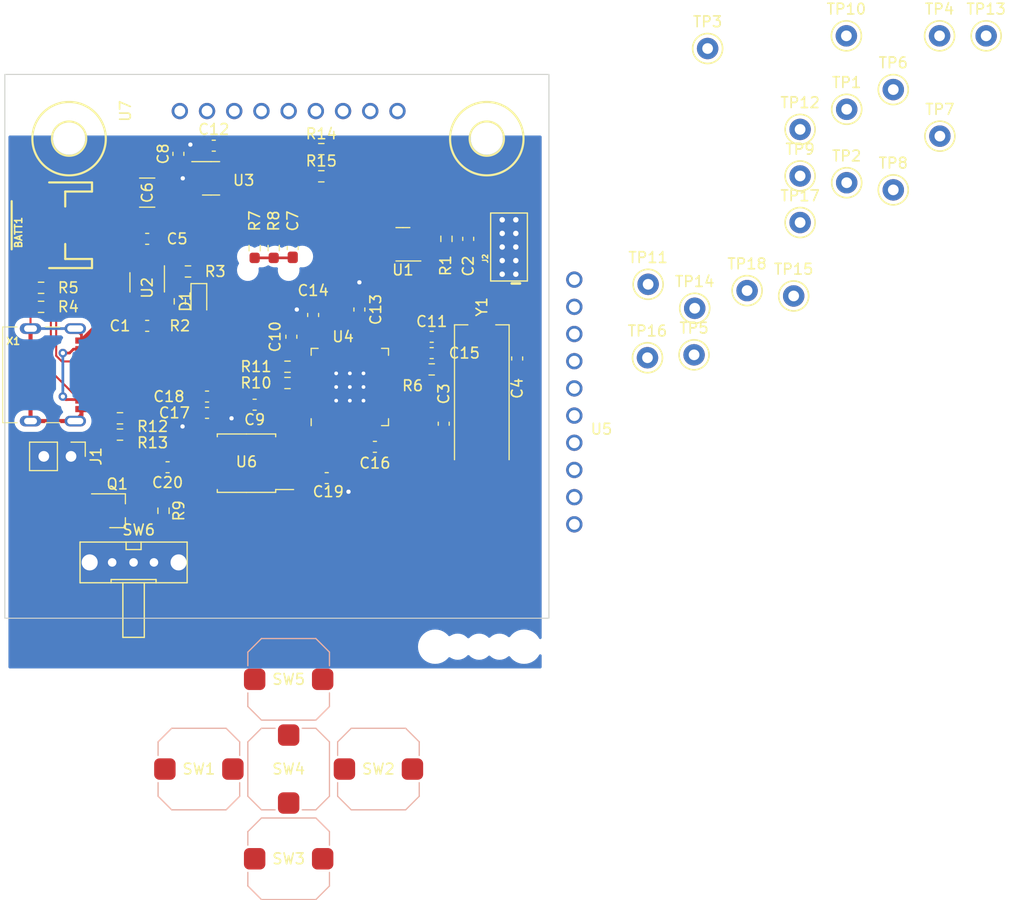
<source format=kicad_pcb>
(kicad_pcb (version 20211014) (generator pcbnew)
  (layers (0 "F.Cu" signal) (31 "B.Cu" signal) (34 "B.Paste" user) (35 "F.Paste" user) (36 "B.SilkS" user "B.Silkscreen") (37 "F.SilkS" user "F.Silkscreen") (38 "B.Mask" user) (39 "F.Mask" user) (44 "Edge.Cuts" user))
  (net 0 "")
  (net 1 "+BATT")
  (net 2 "-BATT")
  (net 3 "+5V")
  (net 4 "/ADC_VRef")
  (net 5 "GND")
  (net 6 "/XIN")
  (net 7 "Net-(C4-Pad2)")
  (net 8 "/HALF_BATT_REF")
  (net 9 "+1V1")
  (net 10 "+3V3")
  (net 11 "Net-(D1-Pad1)")
  (net 12 "Net-(R3-Pad2)")
  (net 13 "/~{USB_BOOT}")
  (net 14 "/SWD")
  (net 15 "/SWCLK")
  (net 17 "/~{RESET}")
  (net 18 "Net-(Q1-Pad2)")
  (net 19 "Net-(R2-Pad1)")
  (net 20 "Net-(R4-Pad2)")
  (net 21 "Net-(R5-Pad2)")
  (net 22 "/XOUT")
  (net 23 "/2USB_D+")
  (net 24 "/USB_D+")
  (net 25 "/2USB_D-")
  (net 26 "/USB_D-")
  (net 27 "/QSPI_SS")
  (net 28 "/I2C0_SCL")
  (net 29 "/I2C0_SDA")
  (net 30 "/BTN1")
  (net 31 "/BTN2")
  (net 32 "/BTN3")
  (net 33 "/BTN4")
  (net 34 "/BTN5")
  (net 36 "/UART0_RX")
  (net 37 "/UART0_TX")
  (net 38 "/DISP_DATA{slash}COMMAND")
  (net 39 "/SPI_CS")
  (net 40 "/SPI_TX")
  (net 41 "/SPI_SCK")
  (net 42 "/SPI_RX")
  (net 43 "/PN532_IRQ")
  (net 45 "/PN532_RSTOUT_N")
  (net 51 "/DISP_RST")
  (net 59 "/QSPL_SD3")
  (net 60 "/QSPI_SCLK")
  (net 61 "/QSPL_SD0")
  (net 62 "/QSPL_SD2")
  (net 63 "/QSPL_SD1")
  (footprint "Resistor_SMD:R_0603_1608Metric_Pad0.98x0.95mm_HandSolder" (layer "F.Cu") (at 40.386 92.71)
    (fp_text reference "R4")
    (fp_text value "5.1kΩ")
  )
  (footprint "TestPoint:TestPoint_Keystone_5000-5004_Miniature" (layer "F.Cu") (at 115.602 74.256)
    (fp_text reference "TP1")
    (fp_text value "TestPoint")
  )
  (footprint "TestPoint:TestPoint_Keystone_5000-5004_Miniature" (layer "F.Cu") (at 102.616 68.58)
    (fp_text reference "TP3")
    (fp_text value "TestPoint")
  )
  (footprint "Capacitor_SMD:C_0603_1608Metric_Pad1.08x0.95mm_HandSolder" (layer "F.Cu") (at 70.104 92.964 90)
    (fp_text reference "C13")
    (fp_text value "100nF")
  )
  (footprint "Resistor_SMD:R_0603_1608Metric_Pad0.98x0.95mm_HandSolder" (layer "F.Cu") (at 60.325 87.2255 -90)
    (fp_text reference "R7")
    (fp_text value "10kΩ")
  )
  (footprint "Resistor_SMD:R_0603_1608Metric_Pad0.98x0.95mm_HandSolder" (layer "F.Cu") (at 54.102 89.408 180)
    (fp_text reference "R3")
    (fp_text value "470Ω")
  )
  (footprint "Capacitor_SMD:C_0603_1608Metric_Pad1.08x0.95mm_HandSolder" (layer "F.Cu") (at 52.197 107.696 180)
    (fp_text reference "C20")
    (fp_text value "100nF")
  )
  (footprint "TestPoint:TestPoint_Keystone_5000-5004_Miniature" (layer "F.Cu") (at 119.952 72.416)
    (fp_text reference "TP6")
    (fp_text value "TestPoint")
  )
  (footprint "TestPoint:TestPoint_Keystone_5000-5004_Miniature" (layer "F.Cu") (at 115.572 67.396)
    (fp_text reference "TP10")
    (fp_text value "TestPoint")
  )
  (footprint "TestPoint:TestPoint_Keystone_5000-5004_Miniature" (layer "F.Cu") (at 124.272 67.396)
    (fp_text reference "TP4")
    (fp_text value "TestPoint")
  )
  (footprint "Capacitor_SMD:C_0603_1608Metric_Pad1.08x0.95mm_HandSolder" (layer "F.Cu") (at 56.5095 77.658 180)
    (fp_text reference "C12")
    (fp_text value "10µF")
  )
  (footprint "Capacitor_SMD:C_0603_1608Metric_Pad1.08x0.95mm_HandSolder" (layer "F.Cu") (at 50.292 94.488)
    (fp_text reference "C1")
    (fp_text value "4.7µF")
  )
  (footprint "Capacitor_SMD:C_0603_1608Metric_Pad1.08x0.95mm_HandSolder" (layer "F.Cu") (at 55.88 102.616 180)
    (fp_text reference "C17")
    (fp_text value "100nF")
  )
  (footprint "TestPoint:TestPoint_Keystone_5000-5004_Miniature" (layer "F.Cu") (at 101.412 92.846)
    (fp_text reference "TP14")
    (fp_text value "TestPoint")
  )
  (footprint "TestPoint:TestPoint_Keystone_5000-5004_Miniature" (layer "F.Cu") (at 101.352 97.196)
    (fp_text reference "TP5")
    (fp_text value "TestPoint")
  )
  (footprint "RP2040_Thing_Plus:2X5-PTH-1.27MM" (layer "F.Cu") (at 84.074 87.122 90)
    (fp_text reference "J2")
    (fp_text value "CORTEX_JTAG_DEBUG_MINIMUM_PTH")
  )
  (footprint "Resistor_SMD:R_0603_1608Metric_Pad0.98x0.95mm_HandSolder" (layer "F.Cu") (at 66.548 80.518)
    (fp_text reference "R15")
    (fp_text value "10kΩ")
  )
  (footprint "Capacitor_SMD:C_0603_1608Metric_Pad1.08x0.95mm_HandSolder" (layer "F.Cu") (at 67.056 108.712)
    (fp_text reference "C19")
    (fp_text value "100nF")
  )
  (footprint "TestPoint:TestPoint_Keystone_5000-5004_Miniature" (layer "F.Cu") (at 124.302 76.766)
    (fp_text reference "TP7")
    (fp_text value "TestPoint")
  )
  (footprint "Resistor_SMD:R_0603_1608Metric_Pad0.98x0.95mm_HandSolder" (layer "F.Cu") (at 62.103 87.2255 90)
    (fp_text reference "R8")
    (fp_text value "10kΩ")
  )
  (footprint "AndySeniorProjectFootprints:EVP-ASDC1A_Tactile_PushButton" (layer "F.Cu") (at 55.118 135.89)
    (fp_text reference "SW1")
    (fp_text value "SW_Push")
  )
  (footprint "AndyKiCadLibrary:MOUNTINGHOLE_3.0" (layer "F.Cu") (at 82 77)
    (fp_text reference "U$6" hide)
    (fp_text value "" hide)
  )
  (footprint "Package_TO_SOT_SMD:SOT-23-5_HandSoldering" (layer "F.Cu") (at 50.292 90.424 -90)
    (fp_text reference "U2")
    (fp_text value "MCP73831T-2ACI/OT")
  )
  (footprint "JST2:JSTPH2" (layer "F.Cu") (at 40.64 85.09 90)
    (fp_text reference "BATT1")
    (fp_text value "Battery_Cell")
  )
  (footprint "AndySeniorProjectFootprints:EVP-ASDC1A_Tactile_PushButton" (layer "F.Cu") (at 63.5 127.508)
    (fp_text reference "SW5")
    (fp_text value "SW_Push")
  )
  (footprint "Capacitor_SMD:C_0603_1608Metric_Pad1.08x0.95mm_HandSolder" (layer "F.Cu") (at 80.264 86.36 90)
    (fp_text reference "C2")
    (fp_text value "0.1µF")
  )
  (footprint "AndySeniorProjectFootprints:EVP-ASDC1A_Tactile_PushButton" (layer "F.Cu") (at 63.5 144.272)
    (fp_text reference "SW3")
    (fp_text value "SW_Push")
  )
  (footprint "Resistor_SMD:R_0603_1608Metric_Pad0.98x0.95mm_HandSolder" (layer "F.Cu") (at 51.816 111.76 -90)
    (fp_text reference "R9")
    (fp_text value "470kΩ")
  )
  (footprint "TestPoint:TestPoint_Keystone_5000-5004_Miniature" (layer "F.Cu") (at 106.302 91.196)
    (fp_text reference "TP18")
    (fp_text value "TestPoint")
  )
  (footprint "TestPoint:TestPoint_Keystone_5000-5004_Miniature" (layer "F.Cu") (at 128.622 67.396)
    (fp_text reference "TP13")
    (fp_text value "TestPoint")
  )
  (footprint "TestPoint:TestPoint_Keystone_5000-5004_Miniature" (layer "F.Cu") (at 115.602 81.116)
    (fp_text reference "TP2")
    (fp_text value "TestPoint")
  )
  (footprint "AndySeniorProjectFootprints:EVP-ASDC1A_Tactile_PushButton" (layer "F.Cu") (at 71.882 135.89)
    (fp_text reference "SW2")
    (fp_text value "SW_Push")
  )
  (footprint "TestPoint:TestPoint_Keystone_5000-5004_Miniature" (layer "F.Cu") (at 97.062 90.606)
    (fp_text reference "TP11")
    (fp_text value "TestPoint")
  )
  (footprint "TestPoint:TestPoint_Keystone_5000-5004_Miniature" (layer "F.Cu") (at 97.002 97.466)
    (fp_text reference "TP16")
    (fp_text value "TestPoint")
  )
  (footprint "AndySeniorProjectFootprints:USB_C_CUSB31-CFM2AX-01-X_copy" (layer "F.Cu") (at 36.800003 99.063 -90)
    (fp_text reference "X1")
    (fp_text value "USB_C")
  )
  (footprint "Capacitor_SMD:C_0603_1608Metric_Pad1.08x0.95mm_HandSolder" (layer "F.Cu") (at 77.978 103.632 90)
    (fp_text reference "C3")
    (fp_text value "27pF")
  )
  (footprint "Resistor_SMD:R_0603_1608Metric_Pad0.98x0.95mm_HandSolder" (layer "F.Cu") (at 63.3925 99.828 180)
    (fp_text reference "R10")
    (fp_text value "27Ω")
  )
  (footprint "Capacitor_SMD:C_0603_1608Metric_Pad1.08x0.95mm_HandSolder" (layer "F.Cu") (at 84.836 97.536 90)
    (fp_text reference "C4")
    (fp_text value "27pF")
  )
  (footprint "Capacitor_SMD:C_0603_1608Metric_Pad1.08x0.95mm_HandSolder" (layer "F.Cu") (at 63.881 87.2255 90)
    (fp_text reference "C7")
    (fp_text value "0.1µF")
  )
  (footprint "Resistor_SMD:R_0603_1608Metric_Pad0.98x0.95mm_HandSolder" (layer "F.Cu") (at 47.752 104.648)
    (fp_text reference "R13")
    (fp_text value "DNF")
  )
  (footprint "Resistor_SMD:R_0603_1608Metric_Pad0.98x0.95mm_HandSolder" (layer "F.Cu") (at 40.386 90.932)
    (fp_text reference "R5")
    (fp_text value "5.1kΩ")
  )
  (footprint "TestPoint:TestPoint_Keystone_5000-5004_Miniature" (layer "F.Cu") (at 111.252 76.136)
    (fp_text reference "TP12")
    (fp_text value "TestPoint")
  )
  (footprint "Connector_PinHeader_2.54mm:PinHeader_1x02_P2.54mm_Vertical" (layer "F.Cu") (at 43.18 106.68 -90)
    (fp_text reference "J1")
    (fp_text value "Conn_01x02")
  )
  (footprint "Resistor_SMD:R_0603_1608Metric_Pad0.98x0.95mm_HandSolder" (layer "F.Cu") (at 47.752 103.124)
    (fp_text reference "R12")
    (fp_text value "1kΩ")
  )
  (footprint "TestPoint:TestPoint_Keystone_5000-5004_Miniature" (layer "F.Cu") (at 110.652 91.696)
    (fp_text reference "TP15")
    (fp_text value "TestPoint")
  )
  (footprint "Package_TO_SOT_SMD:SOT-23" (layer "F.Cu") (at 74.168 86.868 180)
    (fp_text reference "U1")
    (fp_text value "LM4040DBZ-3")
  )
  (footprint "Resistor_SMD:R_0603_1608Metric_Pad0.98x0.95mm_HandSolder" (layer "F.Cu") (at 66.548 77.978)
    (fp_text reference "R14")
    (fp_text value "10kΩ")
  )
  (footprint "Resistor_SMD:R_0603_1608Metric_Pad0.98x0.95mm_HandSolder" (layer "F.Cu") (at 78.232 86.36 -90)
    (fp_text reference "R1")
    (fp_text value "1kΩ")
  )
  (footprint "TestPoint:TestPoint_Keystone_5000-5004_Miniature" (layer "F.Cu") (at 111.252 84.836)
    (fp_text reference "TP17")
    (fp_text value "TestPoint")
  )
  (footprint "RP2040_minimal:RP2040-QFN-56" (layer "F.Cu") (at 69.2125 100.2005 90)
    (fp_text reference "U4")
    (fp_text value "RP2040")
  )
  (footprint "Resistor_SMD:R_0603_1608Metric_Pad0.98x0.95mm_HandSolder" (layer "F.Cu") (at 53.34 92.202 -90)
    (fp_text reference "R2")
    (fp_text value "10kΩ")
  )
  (footprint "Capacitor_SMD:C_0603_1608Metric_Pad1.08x0.95mm_HandSolder" (layer "F.Cu") (at 76.8545 97.034)
    (fp_text reference "C15")
    (fp_text value "100nF")
  )
  (footprint "Capacitor_SMD:C_0603_1608Metric_Pad1.08x0.95mm_HandSolder" (layer "F.Cu") (at 76.8545 95.51)
    (fp_text reference "C11")
    (fp_text value "100nF")
  )
  (footprint "Capacitor_SMD:C_0603_1608Metric_Pad1.08x0.95mm_HandSolder" (layer "F.Cu") (at 71.5525 105.7885)
    (fp_text reference "C16")
    (fp_text value "100nF")
  )
  (footprint "AndySeniorProjectFootprints:ThroughHoldDisplayMount" (layer "F.Cu") (at 90.17 90.17)
    (fp_text reference "U5")
    (fp_text value "Display")
  )
  (footprint "Capacitor_SMD:C_0603_1608Metric_Pad1.08x0.95mm_HandSolder" (layer "F.Cu") (at 65.786 93.472 90)
    (fp_text reference "C14")
    (fp_text value "100nF")
  )
  (footprint "AndySeniorProjectFootprints:Crystal_SMD_HC49-US" (layer "F.Cu") (at 81.534 101.092 -90)
    (fp_text reference "Y1")
    (fp_text value "ABLS-12.000MHZ-B4-T")
  )
  (footprint "LED_SMD:LED_0603_1608Metric_Pad1.05x0.95mm_HandSolder" (layer "F.Cu") (at 55.118 92.202 -90)
    (fp_text reference "D1")
    (fp_text value "LED")
  )
  (footprint "Capacitor_SMD:C_0603_1608Metric_Pad1.08x0.95mm_HandSolder" (layer "F.Cu") (at 50.292 86.36)
    (fp_text reference "C5")
    (fp_text value "4.7µF")
  )
  (footprint "Package_SO:SOIC-8_5.23x5.23mm_P1.27mm" (layer "F.Cu") (at 59.563 107.315 180)
    (fp_text reference "U6")
    (fp_text value "W25Q128JVS")
  )
  (footprint "AndyKiCadLibrary:MOUNTINGHOLE_3.0" (layer "F.Cu") (at 43 77)
    (fp_text reference "U$6" hide)
    (fp_text value "" hide)
  )
  (footprint "Capacitor_SMD:C_0603_1608Metric_Pad1.08x0.95mm_HandSolder" (layer "F.Cu") (at 60.325 101.854 180)
    (fp_text reference "C9")
    (fp_text value "100nF")
  )
  (footprint "OS102011MA1Q:OS102011MA1Q" (layer "F.Cu") (at 49.022 116.586)
    (fp_text reference "SW6")
    (fp_text value " ")
  )
  (footprint "Resistor_SMD:R_0603_1608Metric_Pad0.98x0.95mm_HandSolder" (layer "F.Cu") (at 76.8545 98.558 180)
    (fp_text reference "R6")
    (fp_text value "1kΩ")
  )
  (footprint "Capacitor_SMD:C_1210_3225Metric_Pad1.33x2.70mm_HandSolder" (layer "F.Cu") (at 50.292 82.042)
    (fp_text reference "C6")
    (fp_text value "22mF")
  )
  (footprint "Package_TO_SOT_SMD:SOT-23_Handsoldering" (layer "F.Cu") (at 47.498 111.76)
    (fp_text reference "Q1")
    (fp_text value "Q_NMOS_DGS")
  )
  (footprint "Capacitor_SMD:C_0603_1608Metric_Pad1.08x0.95mm_HandSolder" (layer "F.Cu") (at 55.88 101.092 180)
    (fp_text reference "C18")
    (fp_text value "100nF")
  )
  (footprint "TestPoint:TestPoint_Keystone_5000-5004_Miniature" (layer "F.Cu") (at 111.252 80.486)
    (fp_text reference "TP9")
    (fp_text value "TestPoint")
  )
  (footprint "Package_TO_SOT_SMD:SOT-23-5" (layer "F.Cu") (at 56.2555 80.706)
    (fp_text reference "U3")
    (fp_text value "MIC5219-3.3YM5")
  )
  (footprint "AndySeniorProjectFootprints:EVP-ASDC1A_Tactile_PushButton" (layer "F.Cu") (at 63.5 135.89 90)
    (fp_text reference "SW4")
    (fp_text value "SW_Push")
  )
  (footprint "AndySeniorProjectFootprints:ThroughHolePN532BrkOutBoardMount" (layer "F.Cu") (at 53.34 74.422 90)
    (fp_text reference "U7")
    (fp_text value "PN532")
  )
  (footprint "Capacitor_SMD:C_0603_1608Metric_Pad1.08x0.95mm_HandSolder" (layer "F.Cu") (at 53.2075 78.42 90)
    (fp_text reference "C8")
    (fp_text value "10µF")
  )
  (footprint "Resistor_SMD:R_0603_1608Metric_Pad0.98x0.95mm_HandSolder" (layer "F.Cu") (at 63.3925 98.304 180)
    (fp_text reference "R11")
    (fp_text value "27Ω")
  )
  (footprint "TestPoint:TestPoint_Keystone_5000-5004_Miniature" (layer "F.Cu") (at 119.952 81.786)
    (fp_text reference "TP8")
    (fp_text value "TestPoint")
  )
  (footprint "Capacitor_SMD:C_0603_1608Metric_Pad1.08x0.95mm_HandSolder" (layer "F.Cu") (at 63.754 95.504 90)
    (fp_text reference "C10")
    (fp_text value "1µF")
  )
  (gr_rect locked (start 37 71) (end 87.8 121.8) (layer "Edge.Cuts") (width 0.1) (fill none))
  (segment (start 48.7295 85.66) (end 49.4295 86.36) (width 0.381) (layer "F.Cu") (net 1))
  (segment (start 55.184 79.69) (end 55.118 79.756) (width 0.1905) (layer "F.Cu") (net 1))
  (segment (start 54.6445 79.2825) (end 55.118 79.756) (width 0.381) (layer "F.Cu") (net 1))
  (segment (start 48.7295 82.042) (end 48.7295 85.66) (width 0.381) (layer "F.Cu") (net 1))
  (segment (start 56.2555 79.944) (end 56.0015 79.69) (width 0.1905) (layer "F.Cu") (net 1))
  (segment (start 48.7295 82.042) (end 48.7295 80.3025) (width 0.7874) (layer "F.Cu") (net 1))
  (segment (start 56.0675 81.656) (end 56.2555 81.468) (width 0.1905) (layer "F.Cu") (net 1))
  (segment (start 53.2075 79.2825) (end 54.6445 79.2825) (width 0.381) (layer "F.Cu") (net 1))
  (segment (start 55.118 81.656) (end 56.0675 81.656) (width 0.1905) (layer "F.Cu") (net 1))
  (segment (start 56.0015 79.69) (end 55.184 79.69) (width 0.1905) (layer "F.Cu") (net 1))
  (segment (start 49.7495 79.2825) (end 53.2075 79.2825) (width 0.7874) (layer "F.Cu") (net 1))
  (segment (start 56.2555 81.468) (end 56.2555 79.944) (width 0.1905) (layer "F.Cu") (net 1))
  (segment (start 48.7295 80.3025) (end 49.7495 79.2825) (width 0.7874) (layer "F.Cu") (net 1))
  (segment (start 51.8545 82.042) (end 51.8545 85.66) (width 0.381) (layer "F.Cu") (net 2))
  (segment (start 44.155003 102.808) (end 43.579999 103.383004) (width 0.381) (layer "F.Cu") (net 2))
  (segment (start 44.155003 102.263) (end 44.155003 102.808) (width 0.381) (layer "F.Cu") (net 2))
  (segment (start 50.292 89.074) (end 50.292 90.424) (width 0.381) (layer "F.Cu") (net 2))
  (segment (start 45.72 90.424) (end 50.292 90.424) (width 0.381) (layer "F.Cu") (net 2))
  (segment (start 39.399997 92.783503) (end 39.399997 94.742991) (width 0.1905) (layer "F.Cu") (net 2))
  (segment (start 50.292 89.074) (end 50.292 87.63) (width 0.381) (layer "F.Cu") (net 2))
  (segment (start 44.155003 95.317995) (end 43.579999 94.742991) (width 0.254) (layer "F.Cu") (net 2))
  (segment (start 39.399997 103.383004) (end 39.399997 94.742991) (width 0.381) (layer "F.Cu") (net 2))
  (segment (start 45.72 94.298003) (end 45.72 90.424) (width 0.381) (layer "F.Cu") (net 2))
  (segment (start 43.579999 103.383004) (end 39.399997 103.383004) (width 0.381) (layer "F.Cu") (net 2))
  (segment (start 50.292 90.424) (end 50.292 92.964) (width 0.381) (layer "F.Cu") (net 2))
  (segment (start 39.4735 92.71) (end 39.399997 92.783503) (width 0.1905) (layer "F.Cu") (net 2))
  (segment (start 44.155003 95.863) (end 45.72 94.298003) (width 0.381) (layer "F.Cu") (net 2))
  (segment (start 51.8545 85.66) (end 51.1545 86.36) (width 0.381) (layer "F.Cu") (net 2))
  (segment (start 44.155003 95.863) (end 44.155003 95.317995) (width 0.254) (layer "F.Cu") (net 2))
  (segment (start 39.4735 90.932) (end 39.4735 92.71) (width 0.1905) (layer "F.Cu") (net 2))
  (segment (start 43.579999 94.742991) (end 39.399997 94.742991) (width 0.254) (layer "B.Cu") (net 2))
  (segment (start 55.118 93.077) (end 55.118 95.4405) (width 0.1905) (layer "F.Cu") (net 3))
  (segment (start 44.155003 96.663) (end 43.408156 96.663) (width 0.254) (layer "F.Cu") (net 3))
  (segment (start 55.118 95.4405) (end 54.5465 96.012) (width 0.1905) (layer "F.Cu") (net 3))
  (segment (start 47.2545 96.663) (end 49.4295 94.488) (width 0.381) (layer "F.Cu") (net 3))
  (segment (start 54.5465 96.012) (end 49.276 96.012) (width 0.1905) (layer "F.Cu") (net 3))
  (segment (start 43.408156 96.663) (end 43.043156 97.028) (width 0.254) (layer "F.Cu") (net 3))
  (segment (start 42.700479 101.374479) (end 44.155003 101.374479) (width 0.254) (layer "F.Cu") (net 3))
  (segment (start 44.155003 101.374479) (end 44.155003 101.463) (width 0.254) (layer "F.Cu") (net 3))
  (segment (start 44.155003 96.663) (end 47.2545 96.663) (width 0.381) (layer "F.Cu") (net 3))
  (segment (start 43.043156 97.028) (end 42.418 97.028) (width 0.254) (layer "F.Cu") (net 3))
  (segment (start 42.418 101.092) (end 42.700479 101.374479) (width 0.254) (layer "F.Cu") (net 3))
  (via (at 42.418 101.092) (size 0.8) (drill 0.4) (layers "F.Cu" "B.Cu") (net 3))
  (via (at 42.418 97.028) (size 0.8) (drill 0.4) (layers "F.Cu" "B.Cu") (net 3))
  (segment (start 42.418 101.092) (end 42.418 97.028) (width 0.254) (layer "B.Cu") (net 3))
  (segment (start 59.4625 101.854) (end 59.436 101.854) (width 0.254) (layer "F.Cu") (net 5))
  (segment (start 63.754 93.472) (end 64.262 92.964) (width 0.1905) (layer "F.Cu") (net 5))
  (segment (start 55.118 80.706) (end 53.615 80.706) (width 0.381) (layer "F.Cu") (net 5))
  (segment (start 70.104 92.1015) (end 70.104 90.424) (width 0.1905) (layer "F.Cu") (net 5))
  (segment (start 64.6165 92.6095) (end 64.262 92.964) (width 0.1905) (layer "F.Cu") (net 5))
  (segment (start 63.754 94.6415) (end 63.754 93.472) (width 0.1905) (layer "F.Cu") (net 5))
  (segment (start 55.5465 77.5575) (end 55.647 77.658) (width 0.381) (layer "F.Cu") (net 5))
  (segment (start 54.864 102.616) (end 53.594 103.886) (width 0.254) (layer "F.Cu") (net 5))
  (segment (start 55.0175 102.616) (end 54.864 102.616) (width 0.254) (layer "F.Cu") (net 5))
  (segment (start 65.786 92.6095) (end 64.6165 92.6095) (width 0.1905) (layer "F.Cu") (net 5))
  (segment (start 59.436 101.854) (end 58.166 103.124) (width 0.254) (layer "F.Cu") (net 5))
  (segment (start 55.0175 101.092) (end 55.0175 102.616) (width 0.254) (layer "F.Cu") (net 5))
  (segment (start 53.2075 77.5575) (end 55.5465 77.5575) (width 0.381) (layer "F.Cu") (net 5))
  (via (at 54.324 77.5575) (size 0.8) (drill 0.4) (layers "F.Cu" "B.Cu") (net 5))
  (via (at 70.104 90.424) (size 0.8) (drill 0.4) (layers "F.Cu" "B.Cu") (net 5))
  (via (at 53.594 103.886) (size 0.8) (drill 0.4) (layers "F.Cu" "B.Cu") (net 5))
  (via (at 69.088 109.982) (size 0.8) (drill 0.4) (layers "F.Cu" "B.Cu") (net 5))
  (via (at 64.262 92.964) (size 0.8) (drill 0.4) (layers "F.Cu" "B.Cu") (net 5))
  (via (at 53.615 80.706) (size 0.8) (drill 0.4) (layers "F.Cu" "B.Cu") (net 5))
  (via (at 58.166 103.124) (size 0.8) (drill 0.4) (layers "F.Cu" "B.Cu") (net 5))
  (segment (start 72.65 100.8005) (end 76.009 100.8005) (width 0.1905) (layer "F.Cu") (net 6))
  (segment (start 78.7115 102.7695) (end 81.534 105.592) (width 0.1905) (layer "F.Cu") (net 6))
  (segment (start 76.009 100.8005) (end 77.978 102.7695) (width 0.1905) (layer "F.Cu") (net 6))
  (segment (start 77.978 102.7695) (end 78.7115 102.7695) (width 0.1905) (layer "F.Cu") (net 6))
  (segment (start 79.733 96.592) (end 81.534 96.592) (width 0.1905) (layer "F.Cu") (net 7))
  (segment (start 84.7545 96.592) (end 81.534 96.592) (width 0.1905) (layer "F.Cu") (net 7))
  (segment (start 77.767 98.558) (end 79.733 96.592) (width 0.1905) (layer "F.Cu") (net 7))
  (segment (start 84.836 96.6735) (end 84.7545 96.592) (width 0.1905) (layer "F.Cu") (net 7))
  (segment (start 62.103 88.138) (end 63.831 88.138) (width 0.254) (layer "F.Cu") (net 8))
  (segment (start 63.831 88.138) (end 63.881 88.088) (width 0.254) (layer "F.Cu") (net 8))
  (segment (start 60.325 88.138) (end 62.103 88.138) (width 0.254) (layer "F.Cu") (net 8))
  (segment (start 65.135281 98.4005) (end 65.024 98.289219) (width 0.127) (layer "F.Cu") (net 9))
  (segment (start 65.775 98.4005) (end 65.135281 98.4005) (width 0.127) (layer "F.Cu") (net 9))
  (segment (start 65.775 100.4005) (end 65.398061 100.4005) (width 0.127) (layer "F.Cu") (net 9))
  (segment (start 65.775 100.4005) (end 65.308939 100.4005) (width 0.127) (layer "F.Cu") (net 9))
  (segment (start 65.024 97.536) (end 63.8545 96.3665) (width 0.127) (layer "F.Cu") (net 9))
  (segment (start 65.308939 100.4005) (end 64.490439 101.219) (width 0.127) (layer "F.Cu") (net 9))
  (segment (start 63.8545 96.3665) (end 63.754 96.3665) (width 0.127) (layer "F.Cu") (net 9))
  (segment (start 65.024 98.289219) (end 65.024 97.536) (width 0.127) (layer "F.Cu") (net 9))
  (segment (start 64.490439 101.219) (end 63.701939 101.219) (width 0.127) (layer "F.Cu") (net 9))
  (segment (start 65.775 100.4005) (end 65.35316 100.4005) (width 0.1905) (layer "F.Cu") (net 9))
  (segment (start 65.304827 100.0005) (end 64.467327 100.838) (width 0.1905) (layer "F.Cu") (net 10))
  (segment (start 57.393 79.756) (end 57.393 77.679) (width 0.381) (layer "F.Cu") (net 10))
  (segment (start 70.2125 105.311) (end 70.69 105.7885) (width 0.1905) (layer "F.Cu") (net 10))
  (segment (start 66.6125 97.58484) (end 66.6125 96.763) (width 0.1905) (layer "F.Cu") (net 10))
  (segment (start 56.7425 101.092) (end 56.7425 102.616) (width 0.1905) (layer "F.Cu") (net 10))
  (segment (start 57.15 101.092) (end 57.404 100.838) (width 0.1905) (layer "F.Cu") (net 10))
  (segment (start 56.979 110.236) (end 55.963 109.22) (width 0.254) (layer "F.Cu") (net 10))
  (segment (start 57.404 100.838) (end 57.7585 100.838) (width 0.1905) (layer "F.Cu") (net 10))
  (segment (start 66.19684 98.0005) (end 66.6125 97.58484) (width 0.1905) (layer "F.Cu") (net 10))
  (segment (start 66.6125 95.161) (end 66.6125 96.763) (width 0.1905) (layer "F.Cu") (net 10))
  (segment (start 65.786 94.3345) (end 66.6125 95.161) (width 0.1905) (layer "F.Cu") (net 10))
  (segment (start 66.1935 108.712) (end 64.6695 110.236) (width 0.254) (layer "F.Cu") (net 10))
  (segment (start 65.775 100.0005) (end 65.304827 100.0005) (width 0.1905) (layer "F.Cu") (net 10))
  (segment (start 70.2125 96.763) (end 70.2125 93.935) (width 0.1905) (layer "F.Cu") (net 10))
  (segment (start 70.636 105.434) (end 70.636 105.7885) (width 0.127) (layer "F.Cu") (net 10))
  (segment (start 65.775 98.0005) (end 66.19684 98.0005) (width 0.1905) (layer "F.Cu") (net 10))
  (segment (start 64.467327 100.838) (end 57.7585 100.838) (width 0.1905) (layer "F.Cu") (net 10))
  (segment (start 56.7425 101.092) (end 57.15 101.092) (width 0.1905) (layer "F.Cu") (net 10))
  (segment (start 64.6695 110.236) (end 56.979 110.236) (width 0.254) (layer "F.Cu") (net 10))
  (segment (start 70.2125 93.935) (end 70.104 93.8265) (width 0.1905) (layer "F.Cu") (net 10))
  (segment (start 54.5835 109.22) (end 53.0595 107.696) (width 0.254) (layer "F.Cu") (net 10))
  (segment (start 66.294 108.6115) (end 66.1935 108.712) (width 0.254) (layer "F.Cu") (net 10))
  (segment (start 65.775 99.6005) (end 65.775 100.0005) (width 0.1905) (layer "F.Cu") (net 10))
  (segment (start 66.294 103.9565) (end 66.294 108.6115) (width 0.254) (layer "F.Cu") (net 10))
  (segment (start 55.963 109.22) (end 54.5835 109.22) (width 0.254) (layer "F.Cu") (net 10))
  (segment (start 66.6125 103.638) (end 66.294 103.9565) (width 0.254) (layer "F.Cu") (net 10))
  (segment (start 70.2125 103.638) (end 70.2125 105.311) (width 0.1905) (layer "F.Cu") (net 10))
  (segment (start 57.393 77.679) (end 57.372 77.658) (width 0.381) (layer "F.Cu") (net 10))
  (segment (start 55.0145 89.408) (end 55.0145 91.2235) (width 0.1905) (layer "F.Cu") (net 11))
  (segment (start 55.0145 91.2235) (end 55.118 91.327) (width 0.1905) (layer "F.Cu") (net 11))
  (segment (start 53.1895 89.408) (end 51.562 89.408) (width 0.1905) (layer "F.Cu") (net 12))
  (segment (start 51.242 89.088) (end 51.242 89.074) (width 0.1905) (layer "F.Cu") (net 12))
  (segment (start 51.562 89.408) (end 51.242 89.088) (width 0.1905) (layer "F.Cu") (net 12))
  (segment (start 72.65 98.8005) (end 73.026939 98.8005) (width 0.127) (layer "F.Cu") (net 14))
  (segment (start 74.0385 97.788939) (end 74.0385 97.1525) (width 0.127) (layer "F.Cu") (net 14))
  (segment (start 73.026939 98.8005) (end 74.0385 97.788939) (width 0.127) (layer "F.Cu") (net 14))
  (segment (start 72.65 99.2005) (end 73.026939 99.2005) (width 0.127) (layer "F.Cu") (net 15))
  (segment (start 74.2925 97.934939) (end 74.2925 97.1525) (width 0.127) (layer "F.Cu") (net 15))
  (segment (start 73.026939 99.2005) (end 74.2925 97.934939) (width 0.127) (layer "F.Cu") (net 15))
  (segment (start 72.65 98.4005) (end 73.026939 98.4005) (width 0.127) (layer "F.Cu") (net 17))
  (segment (start 73.7845 97.642939) (end 73.7845 97.4065) (width 0.127) (layer "F.Cu") (net 17))
  (segment (start 73.026939 98.4005) (end 73.7845 97.642939) (width 0.127) (layer "F.Cu") (net 17))
  (segment (start 51.242 91.774) (end 52.8555 91.774) (width 0.1905) (layer "F.Cu") (net 19))
  (segment (start 52.8555 91.774) (end 53.34 91.2895) (width 0.1905) (layer "F.Cu") (net 19))
  (segment (start 43.389503 100.813) (end 41.2985 98.721997) (width 0.1905) (layer "F.Cu") (net 20))
  (segment (start 44.155003 100.813) (end 43.389503 100.813) (width 0.1905) (layer "F.Cu") (net 20))
  (segment (start 41.2985 98.721997) (end 41.2985 92.71) (width 0.1905) (layer "F.Cu") (net 20))
  (segment (start 44.155003 97.813) (end 42.323696 97.813) (width 0.1905) (layer "F.Cu") (net 21))
  (segment (start 42.323696 97.813) (end 41.796239 97.285543) (width 0.1905) (layer "F.Cu") (net 21))
  (segment (start 42.164 91.7975) (end 41.2985 90.932) (width 0.1905) (layer "F.Cu") (net 21))
  (segment (start 42.164 92.981505) (end 42.164 91.7975) (width 0.1905) (layer "F.Cu") (net 21))
  (segment (start 41.796239 93.349266) (end 42.164 92.981505) (width 0.1905) (layer "F.Cu") (net 21))
  (segment (start 41.796239 97.285543) (end 41.796239 93.349266) (width 0.1905) (layer "F.Cu") (net 21))
  (segment (start 74.0995 100.4005) (end 75.942 98.558) (width 0.1905) (layer "F.Cu") (net 22))
  (segment (start 72.65 100.4005) (end 74.0995 100.4005) (width 0.1905) (layer "F.Cu") (net 22))
  (segment (start 65.775 99.2005) (end 64.9325 99.2005) (width 0.1905) (layer "F.Cu") (net 23))
  (segment (start 64.9325 99.2005) (end 64.305 99.828) (width 0.1905) (layer "F.Cu") (net 23))
  (segment (start 43.326492 99.704011) (end 43.326492 98.913508) (width 0.254) (layer "F.Cu") (net 24))
  (segment (start 50.796701 99.828) (end 45.472 99.828) (width 0.7874) (layer "F.Cu") (net 24))
  (segment (start 43.326492 98.913508) (end 43.427 98.813) (width 0.254) (layer "F.Cu") (net 24))
  (segment (start 44.155003 99.813) (end 43.435481 99.813) (width 0.254) (layer "F.Cu") (net 24))
  (segment (start 52.4704 100.3708) (end 52.4704 100.2852) (width 0.7874) (layer "F.Cu") (net 24))
  (segment (start 52.1704 99.228) (end 51.856 99.228) (width 0.7874) (layer "F.Cu") (net 24))
  (segment (start 52.4704 100.2852) (end 52.4704 99.528) (width 0.7874) (layer "F.Cu") (net 24))
  (segment (start 62.48 99.828) (end 53.842 99.828) (width 0.7874) (layer "F.Cu") (net 24))
  (segment (start 45.472 99.828) (end 45.457 99.813) (width 0.254) (layer "F.Cu") (net 24))
  (segment (start 43.427 98.813) (end 44.155003 98.813) (width 0.254) (layer "F.Cu") (net 24))
  (segment (start 45.457 99.813) (end 44.155003 99.813) (width 0.254) (layer "F.Cu") (net 24))
  (segment (start 51.256 99.828) (end 50.796701 99.828) (width 0.7874) (layer "F.Cu") (net 24))
  (segment (start 43.435481 99.813) (end 43.326492 99.704011) (width 0.254) (layer "F.Cu") (net 24))
  (segment (start 53.3848 100.2852) (end 53.3848 100.3708) (width 0.7874) (layer "F.Cu") (net 24))
  (arc (start 52.4704 99.528) (mid 52.382532 99.315868) (end 52.1704 99.228) (width 0.7874) (layer "F.Cu") (net 24))
  (arc (start 53.3848 100.3708) (mid 53.250889 100.694089) (end 52.9276 100.828) (width 0.7874) (layer "F.Cu") (net 24))
  (arc (start 52.9276 100.828) (mid 52.604311 100.694089) (end 52.4704 100.3708) (width 0.7874) (layer "F.Cu") (net 24))
  (arc (start 51.556 99.528) (mid 51.468132 99.740132) (end 51.256 99.828) (width 0.7874) (layer "F.Cu") (net 24))
  (arc (start 51.856 99.228) (mid 51.643868 99.315868) (end 51.556 99.528) (width 0.7874) (layer "F.Cu") (net 24))
  (arc (start 53.842 99.828) (mid 53.518711 99.961911) (end 53.3848 100.2852) (width 0.7874) (layer "F.Cu") (net 24))
  (segment (start 65.775 98.8005) (end 64.8015 98.8005) (width 0.1905) (layer "F.Cu") (net 25))
  (segment (start 64.8015 98.8005) (end 64.305 98.304) (width 0.1905) (layer "F.Cu") (net 25))
  (segment (start 56.5344 97.8468) (end 56.5344 98.604) (width 0.7874) (layer "F.Cu") (net 26))
  (segment (start 56.5344 97.7612) (end 56.5344 97.8468) (width 0.7874) (layer "F.Cu") (net 26))
  (segment (start 45.472 98.304) (end 45.463 98.313) (width 0.254) (layer "F.Cu") (net 26))
  (segment (start 44.983514 98.421989) (end 44.874525 98.313) (width 0.254) (layer "F.Cu") (net 26))
  (segment (start 44.983514 99.204011) (end 44.983514 98.421989) (width 0.254) (layer "F.Cu") (net 26))
  (segment (start 45.463 98.313) (end 44.155003 98.313) (width 0.254) (layer "F.Cu") (net 26))
  (segment (start 44.874525 99.313) (end 44.983514 99.204011) (width 0.254) (layer "F.Cu") (net 26))
  (segment (start 62.48 98.304) (end 57.906 98.304) (width 0.7874) (layer "F.Cu") (net 26))
  (segment (start 55.148045 98.304) (end 45.472 98.304) (width 0.7874) (layer "F.Cu") (net 26))
  (segment (start 44.874525 98.313) (end 44.155003 98.313) (width 0.254) (layer "F.Cu") (net 26))
  (segment (start 55.32 98.304) (end 55.148045 98.304) (width 0.7874) (layer "F.Cu") (net 26))
  (segment (start 44.155003 99.313) (end 44.874525 99.313) (width 0.254) (layer "F.Cu") (net 26))
  (segment (start 57.4488 97.8468) (end 57.4488 97.7612) (width 0.7874) (layer "F.Cu") (net 26))
  (segment (start 56.2344 98.904) (end 55.92 98.904) (width 0.7874) (layer "F.Cu") (net 26))
  (arc (start 57.4488 97.7612) (mid 57.314889 97.437911) (end 56.9916 97.304) (width 0.7874) (layer "F.Cu") (net 26))
  (arc (start 55.92 98.904) (mid 55.707868 98.816132) (end 55.62 98.604) (width 0.7874) (layer "F.Cu") (net 26))
  (arc (start 56.9916 97.304) (mid 56.668311 97.437911) (end 56.5344 97.7612) (width 0.7874) (layer "F.Cu") (net 26))
  (arc (start 56.5344 98.604) (mid 56.446532 98.816132) (end 56.2344 98.904) (width 0.7874) (layer "F.Cu") (net 26))
  (arc (start 57.906 98.304) (mid 57.582711 98.170089) (end 57.4488 97.8468) (width 0.7874) (layer "F.Cu") (net 26))
  (arc (start 55.62 98.604) (mid 55.532132 98.391868) (end 55.32 98.304) (width 0.7874) (layer "F.Cu") (net 26))
  (segment (start 65.6015 102.8005) (end 65.401 103.001) (width 0.127) (layer "F.Cu") (net 27))
  (segment (start 65.775 102.8005) (end 65.6015 102.8005) (width 0.127) (layer "F.Cu") (net 27))
  (segment (start 63.5 109.22) (end 63.163 109.22) (width 0.127) (layer "F.Cu") (net 27))
  (segment (start 65.401 107.319) (end 63.5 109.22) (width 0.127) (layer "F.Cu") (net 27))
  (segment (start 65.401 103.001) (end 65.401 107.319) (width 0.127) (layer "F.Cu") (net 27))
  (segment (start 69.0125 103.638) (end 69.0125 104.9775) (width 0.127) (layer "F.Cu") (net 28))
  (segment (start 69.0125 104.9775) (end 69.0125 105.0265) (width 0.127) (layer "F.Cu") (net 28))
  (segment (start 69.0125 106.3505) (end 70.612 107.95) (width 0.127) (layer "F.Cu") (net 28))
  (segment (start 69.0125 104.9775) (end 69.0125 106.3505) (width 0.127) (layer "F.Cu") (net 28))
  (segment (start 68.75898 105.0265) (end 68.75898 106.455512) (width 0.127) (layer "F.Cu") (net 29))
  (segment (start 68.75898 104.5185) (end 68.75898 105.0265) (width 0.127) (layer "F.Cu") (net 29))
  (segment (start 68.6125 104.37202) (end 68.75898 104.5185) (width 0.127) (layer "F.Cu") (net 29))
  (segment (start 68.75898 106.455512) (end 69.797734 107.494266) (width 0.127) (layer "F.Cu") (net 29))
  (segment (start 68.6125 103.638) (end 68.6125 104.37202) (width 0.127) (layer "F.Cu") (net 29))
  (segment (start 69.4125 103.638) (end 69.4125 104.317914) (width 0.127) (layer "F.Cu") (net 30))
  (segment (start 69.55898 106.493512) (end 69.707489 106.64202) (width 0.127) (layer "F.Cu") (net 30))
  (segment (start 70.123969 107.0585) (end 71.7525 107.0585) (width 0.127) (layer "F.Cu") (net 30))
  (segment (start 69.707489 106.64202) (end 70.123969 107.0585) (width 0.127) (layer "F.Cu") (net 30))
  (segment (start 69.4125 104.317914) (end 69.55898 104.464394) (width 0.127) (layer "F.Cu") (net 30))
  (segment (start 69.55898 104.464394) (end 69.55898 106.493512) (width 0.127) (layer "F.Cu") (net 30))
  (segment (start 70.2285 106.8045) (end 71.7525 106.8045) (width 0.127) (layer "F.Cu") (net 31))
  (segment (start 69.8125 104.8645) (end 69.8125 106.3885) (width 0.127) (layer "F.Cu") (net 31))
  (segment (start 69.8125 104.8645) (end 69.8125 104.9345) (width 0.127) (layer "F.Cu") (net 31))
  (segment (start 69.8125 106.3885) (end 70.2285 106.8045) (width 0.127) (layer "F.Cu") (net 31))
  (segment (start 69.8125 103.638) (end 69.8125 104.8645) (width 0.127) (layer "F.Cu") (net 31))
  (segment (start 72.76856 104.77256) (end 73.7845 105.7885) (width 0.127) (layer "F.Cu") (net 32))
  (segment (start 70.6125 103.638) (end 70.6125 104.014939) (width 0.127) (layer "F.Cu") (net 32))
  (segment (start 72.384682 104.77256) (end 72.76856 104.77256) (width 0.127) (layer "F.Cu") (net 32))
  (segment (start 71.370121 104.77256) (end 72.384682 104.77256) (width 0.127) (layer "F.Cu") (net 32))
  (segment (start 70.6125 104.014939) (end 71.370121 104.77256) (width 0.127) (layer "F.Cu") (net 32))
  (segment (start 71.0125 103.638) (end 71.0125 104.014939) (width 0.127) (layer "F.Cu") (net 33))
  (segment (start 71.0125 104.014939) (end 71.516601 104.51904) (width 0.127) (layer "F.Cu") (net 33))
  (segment (start 71.516601 104.51904) (end 72.2605 104.51904) (width 0.127) (layer "F.Cu") (net 33))
  (segment (start 72.2605 104.51904) (end 72.873571 104.51904) (width 0.127) (layer "F.Cu") (net 33))
  (segment (start 72.873571 104.51904) (end 73.582766 105.228234) (width 0.127) (layer "F.Cu") (net 33))
  (segment (start 73.582766 105.228234) (end 74.0385 105.683968) (width 0.127) (layer "F.Cu") (net 33))
  (segment (start 71.663081 104.26552) (end 72.25948 104.26552) (width 0.127) (layer "F.Cu") (net 34))
  (segment (start 71.4125 103.638) (end 71.4125 104.014939) (width 0.127) (layer "F.Cu") (net 34))
  (segment (start 72.25948 104.26552) (end 72.978583 104.26552) (width 0.127) (layer "F.Cu") (net 34))
  (segment (start 73.344961 104.631898) (end 74.270032 105.556968) (width 0.127) (layer "F.Cu") (net 34))
  (segment (start 71.4125 104.014939) (end 71.663081 104.26552) (width 0.127) (layer "F.Cu") (net 34))
  (segment (start 72.978583 104.26552) (end 73.344961 104.631898) (width 0.127) (layer "F.Cu") (net 34))
  (segment (start 68.58 107.823) (end 68.961 108.204) (width 0.127) (layer "F.Cu") (net 36))
  (segment (start 67.0125 104.455031) (end 67.691 105.133531) (width 0.127) (layer "F.Cu") (net 36))
  (segment (start 67.0125 103.638) (end 67.0125 104.455031) (width 0.127) (layer "F.Cu") (net 36))
  (segment (start 67.691 105.133531) (end 67.691 107.419532) (width 0.127) (layer "F.Cu") (net 36))
  (segment (start 67.691 107.419532) (end 68.094468 107.823) (width 0.127) (layer "F.Cu") (net 36))
  (segment (start 68.094468 107.823) (end 68.58 107.823) (width 0.127) (layer "F.Cu") (net 36))
  (segment (start 67.4125 104.4965) (end 67.945 105.029) (width 0.127) (layer "F.Cu") (net 37))
  (segment (start 68.707 107.569) (end 69.342 108.204) (width 0.127) (layer "F.Cu") (net 37))
  (segment (start 67.945 105.029) (end 67.945 107.315) (width 0.127) (layer "F.Cu") (net 37))
  (segment (start 67.945 107.315) (end 68.199 107.569) (width 0.127) (layer "F.Cu") (net 37))
  (segment (start 68.199 107.569) (end 68.707 107.569) (width 0.127) (layer "F.Cu") (net 37))
  (segment (start 67.4125 103.638) (end 67.4125 104.4965) (width 0.127) (layer "F.Cu") (net 37))
  (segment (start 73.5305 97.496939) (end 73.5305 97.1525) (width 0.127) (layer "F.Cu") (net 42))
  (segment (start 73.026939 98.0005) (end 73.5305 97.496939) (width 0.127) (layer "F.Cu") (net 42))
  (segment (start 72.65 98.0005) (end 73.026939 98.0005) (width 0.127) (layer "F.Cu") (net 42))
  (segment (start 68.50546 106.560524) (end 69.237468 107.292532) (width 0.127) (layer "F.Cu") (net 43))
  (segment (start 68.50546 104.623512) (end 68.50546 105.0265) (width 0.127) (layer "F.Cu") (net 43))
  (segment (start 68.2125 104.330552) (end 68.425474 104.543526) (width 0.127) (layer "F.Cu") (net 43))
  (segment (start 68.425474 104.543526) (end 68.50546 104.623512) (width 0.127) (layer "F.Cu") (net 43))
  (segment (start 68.50546 105.0265) (end 68.50546 106.560524) (width 0.127) (layer "F.Cu") (net 43))
  (segment (start 68.2125 103.638) (end 68.2125 104.330552) (width 0.127) (layer "F.Cu") (net 43))
  (segment (start 68.25194 104.728524) (end 68.25194 106.666214) (width 0.127) (layer "F.Cu") (net 45))
  (segment (start 67.8125 104.289084) (end 68.25194 104.728524) (width 0.127) (layer "F.Cu") (net 45))
  (segment (start 67.8125 103.638) (end 67.8125 104.289084) (width 0.127) (layer "F.Cu") (net 45))
  (segment (start 68.25194 106.666214) (end 69.281726 107.696) (width 0.127) (layer "F.Cu") (net 45))
  (segment (start 65.398061 100.8005) (end 65.775 100.8005) (width 0.127) (layer "F.Cu") (net 59))
  (segment (start 54.61 107.315) (end 54.61 104.267) (width 0.127) (layer "F.Cu") (net 59))
  (segment (start 62.439561 103.759) (end 65.398061 100.8005) (width 0.127) (layer "F.Cu") (net 59))
  (segment (start 55.245 107.95) (end 54.61 107.315) (width 0.127) (layer "F.Cu") (net 59))
  (segment (start 55.118 103.759) (end 62.439561 103.759) (width 0.127) (layer "F.Cu") (net 59))
  (segment (start 55.963 107.95) (end 55.245 107.95) (width 0.127) (layer "F.Cu") (net 59))
  (segment (start 54.61 104.267) (end 55.118 103.759) (width 0.127) (layer "F.Cu") (net 59))
  (segment (start 62.585561 104.013) (end 65.398061 101.2005) (width 0.127) (layer "F.Cu") (net 60))
  (segment (start 65.398061 101.2005) (end 65.775 101.2005) (width 0.127) (layer "F.Cu") (net 60))
  (segment (start 54.864 104.648) (end 55.499 104.013) (width 0.127) (layer "F.Cu") (net 60))
  (segment (start 55.753 106.68) (end 54.864 105.791) (width 0.127) (layer "F.Cu") (net 60))
  (segment (start 55.963 106.68) (end 55.753 106.68) (width 0.127) (layer "F.Cu") (net 60))
  (segment (start 55.499 104.013) (end 62.585561 104.013) (width 0.127) (layer "F.Cu") (net 60))
  (segment (start 54.864 105.791) (end 54.864 104.648) (width 0.127) (layer "F.Cu") (net 60))
  (segment (start 62.731561 104.267) (end 65.398061 101.6005) (width 0.127) (layer "F.Cu") (net 61))
  (segment (start 55.963 104.692) (end 56.388 104.267) (width 0.127) (layer "F.Cu") (net 61))
  (segment (start 65.398061 101.6005) (end 65.775 101.6005) (width 0.127) (layer "F.Cu") (net 61))
  (segment (start 56.388 104.267) (end 62.731561 104.267) (width 0.127) (layer "F.Cu") (net 61))
  (segment (start 55.963 105.41) (end 55.963 104.692) (width 0.127) (layer "F.Cu") (net 61))
  (segment (start 65.398061 102.0005) (end 64.89396 102.504601) (width 0.127) (layer "F.Cu") (net 62))
  (segment (start 63.5 106.68) (end 63.163 106.68) (width 0.127) (layer "F.Cu") (net 62))
  (segment (start 64.89396 102.504601) (end 64.89396 105.28604) (width 0.127) (layer "F.Cu") (net 62))
  (segment (start 64.89396 105.28604) (end 63.5 106.68) (width 0.127) (layer "F.Cu") (net 62))
  (segment (start 65.775 102.0005) (end 65.398061 102.0005) (width 0.127) (layer "F.Cu") (net 62))
  (segment (start 63.163 107.95) (end 63.49648 107.95) (width 0.127) (layer "F.Cu") (net 63))
  (segment (start 65.14748 102.651081) (end 65.14748 106.299) (width 0.127) (layer "F.Cu") (net 63))
  (segment (start 63.49648 107.95) (end 65.14748 106.299) (width 0.127) (layer "F.Cu") (net 63))
  (segment (start 65.775 102.4005) (end 65.398061 102.4005) (width 0.127) (layer "F.Cu") (net 63))
  (segment (start 65.398061 102.4005) (end 65.14748 102.651081) (width 0.127) (layer "F.Cu") (net 63))
  (zone (net 1) (net_name "+BATT") (layer "F.Cu") (connect_pads yes (clearance 0.508)) (min_thickness 0.254) (fill yes (thermal_gap 0.508) (thermal_bridge_width 0.508))
    (polygon (pts (xy 46.736 89.662) (xy 46.736 84.582) (xy 49.53 84.582) (xy 49.53 89.662)))
  )
  (zone (net 3) (net_name "+5V") (layer "F.Cu") (connect_pads yes (clearance 0.508)) (min_thickness 0.254) (fill yes (thermal_gap 0.508) (thermal_bridge_width 0.508))
    (polygon (pts (xy 46.736 96.266) (xy 46.736 91.186) (xy 49.53 91.186) (xy 49.53 96.266)))
  )
  (zone (net 2) (net_name "-BATT") (layer "F.Cu") (connect_pads yes (clearance 0.508)) (min_thickness 0.254) (fill yes (thermal_gap 0.508) (thermal_bridge_width 0.508))
    (polygon (pts (xy 50.546 87.63) (xy 50.546 92.964) (xy 54.102 92.964) (xy 54.102 95.758) (xy 50.546 95.758) (xy 50.546 93.726) (xy 50.038 93.726) (xy 50.038 87.122) (xy 50.546 87.122) (xy 50.546 84.582) (xy 55.626 84.582) (xy 55.626 87.63)))
  )
  (zone (net 5) (net_name "GND") (layer "B.Cu") (connect_pads yes (clearance 0.508)) (min_thickness 0.254) (fill yes (thermal_gap 0.508) (thermal_bridge_width 0.508))
    (polygon (pts (xy 87.63 127) (xy 36.83 127) (xy 36.83 76.2) (xy 87.63 76.2)))
  )
)
</source>
